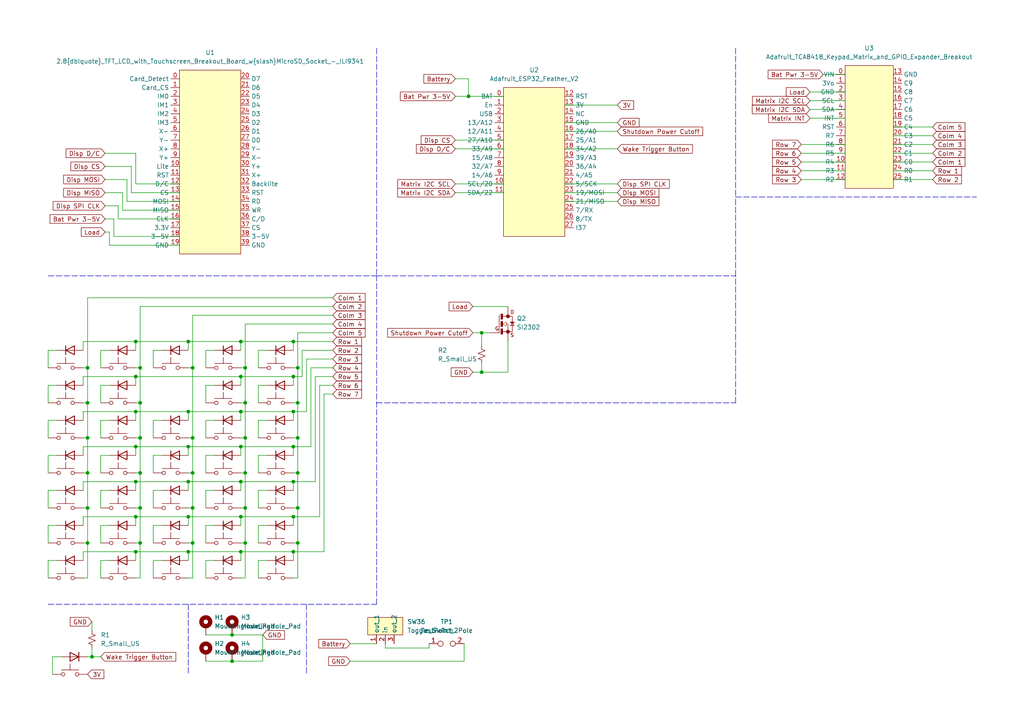
<source format=kicad_sch>
(kicad_sch (version 20211123) (generator eeschema)
  (paper "A4")
  (lib_symbols
    (symbol "Connector:TestPoint_2Pole" (pin_names (offset 0.762) hide)
      (property "Reference" "TP" (at 0 1.524 0))
      (property "Value" "TestPoint_2Pole" (at 0 -1.778 0))
      (symbol "TestPoint_2Pole_0_1"
        (pin passive line (at -5.08 0 0) (length 2.54) (name "1") (number "1"))
        (pin passive line (at 5.08 0 180) (length 2.54) (name "2") (number "2"))
      )
    )
    (symbol "Custom:2.8{brace}brace}dblquote}_TFT_LCD_with_Touchscreen_Breakout_Board_w{brace}brace}slash}MicroSD_Socket_-_ILI9341"
      (property "Reference" "U" (at 8.89 7.62 0))
      (property "Value" "2.8{brace}brace}dblquote}_TFT_LCD_with_Touchscreen_Breakout_Board_w{brace}brace}slash}MicroSD_Socket_-_ILI9341" (at 10.16 3.81 0))
      (symbol "2.8{brace}brace}dblquote}_TFT_LCD_with_Touchscreen_Breakout_Board_w{brace}brace}slash}MicroSD_Socket_-_ILI9341_1_1"
        (pin input line (at 0 -2.54 180) (length 2.54) (name "Card_Detect") (number "0"))
        (pin input line (at 0 -5.08 180) (length 2.54) (name "Card_CS") (number "1"))
        (pin input line (at 0 -27.94 180) (length 2.54) (name "Lite") (number "10"))
        (pin input line (at 0 -30.48 180) (length 2.54) (name "RST") (number "11"))
        (pin input line (at 0 -33.02 180) (length 2.54) (name "D/C") (number "12"))
        (pin input line (at 0 -35.56 180) (length 2.54) (name "CS") (number "13"))
        (pin input line (at 0 -38.1 180) (length 2.54) (name "MOSI") (number "14"))
        (pin input line (at 0 -40.64 180) (length 2.54) (name "MISO") (number "15"))
        (pin input line (at 0 -43.18 180) (length 2.54) (name "CLK") (number "16"))
        (pin input line (at 0 -45.72 180) (length 2.54) (name "3.3V") (number "17"))
        (pin input line (at 0 -48.26 180) (length 2.54) (name "3-5V") (number "18"))
        (pin input line (at 0 -50.8 180) (length 2.54) (name "GND") (number "19"))
        (pin input line (at 0 -7.62 180) (length 2.54) (name "IM0") (number "2"))
        (pin input line (at 17.78 -2.54 0) (length 2.54) (name "D7") (number "20"))
        (pin input line (at 17.78 -5.08 0) (length 2.54) (name "D6") (number "21"))
        (pin input line (at 17.78 -7.62 0) (length 2.54) (name "D5") (number "22"))
        (pin input line (at 17.78 -10.16 0) (length 2.54) (name "D4") (number "23"))
        (pin input line (at 17.78 -12.7 0) (length 2.54) (name "D3") (number "24"))
        (pin input line (at 17.78 -15.24 0) (length 2.54) (name "D2") (number "25"))
        (pin input line (at 17.78 -17.78 0) (length 2.54) (name "D1") (number "26"))
        (pin input line (at 17.78 -20.32 0) (length 2.54) (name "D0") (number "27"))
        (pin input line (at 17.78 -22.86 0) (length 2.54) (name "Y-") (number "28"))
        (pin input line (at 17.78 -25.4 0) (length 2.54) (name "X-") (number "29"))
        (pin input line (at 0 -10.16 180) (length 2.54) (name "IM1") (number "3"))
        (pin input line (at 17.78 -27.94 0) (length 2.54) (name "Y+") (number "30"))
        (pin input line (at 17.78 -30.48 0) (length 2.54) (name "X+") (number "31"))
        (pin input line (at 17.78 -33.02 0) (length 2.54) (name "Backlite") (number "32"))
        (pin input line (at 17.78 -35.56 0) (length 2.54) (name "RST") (number "33"))
        (pin input line (at 17.78 -38.1 0) (length 2.54) (name "RD") (number "34"))
        (pin input line (at 17.78 -40.64 0) (length 2.54) (name "WR") (number "35"))
        (pin input line (at 17.78 -43.18 0) (length 2.54) (name "C/D") (number "36"))
        (pin input line (at 17.78 -45.72 0) (length 2.54) (name "CS") (number "37"))
        (pin input line (at 17.78 -48.26 0) (length 2.54) (name "3-5V") (number "38"))
        (pin input line (at 17.78 -50.8 0) (length 2.54) (name "GND") (number "39"))
        (pin input line (at 0 -12.7 180) (length 2.54) (name "IM2") (number "4"))
        (pin input line (at 0 -15.24 180) (length 2.54) (name "IM3") (number "5"))
        (pin input line (at 0 -17.78 180) (length 2.54) (name "X-") (number "6"))
        (pin input line (at 0 -20.32 180) (length 2.54) (name "Y-") (number "7"))
        (pin input line (at 0 -22.86 180) (length 2.54) (name "X+") (number "8"))
        (pin input line (at 0 -25.4 180) (length 2.54) (name "Y+") (number "9"))
      )
    )
    (symbol "Custom:Adafruit_ESP32_Feather_V2"
      (property "Reference" "U" (at 8.89 -27.94 0))
      (property "Value" "Adafruit_ESP32_Feather_V2" (at 6.35 -16.51 90))
      (symbol "Adafruit_ESP32_Feather_V2_1_1"
        (pin input line (at 0 -2.54 180) (length 2.54) (name "BAT") (number "0"))
        (pin input line (at 0 -5.08 180) (length 2.54) (name "En") (number "1"))
        (pin input line (at 0 -27.94 180) (length 2.54) (name "SCL/20") (number "10"))
        (pin input line (at 0 -30.48 180) (length 2.54) (name "SDA/22") (number "11"))
        (pin input line (at 17.78 -2.54 0) (length 2.54) (name "RST") (number "12"))
        (pin input line (at 17.78 -5.08 0) (length 2.54) (name "3V") (number "13"))
        (pin input line (at 17.78 -7.62 0) (length 2.54) (name "NC") (number "14"))
        (pin input line (at 17.78 -10.16 0) (length 2.54) (name "GND") (number "15"))
        (pin input line (at 17.78 -12.7 0) (length 2.54) (name "26/A0") (number "16"))
        (pin input line (at 17.78 -15.24 0) (length 2.54) (name "25/A1") (number "17"))
        (pin input line (at 17.78 -17.78 0) (length 2.54) (name "34/A2") (number "18"))
        (pin input line (at 17.78 -20.32 0) (length 2.54) (name "39/A3") (number "19"))
        (pin input line (at 0 -7.62 180) (length 2.54) (name "USB") (number "2"))
        (pin input line (at 17.78 -22.86 0) (length 2.54) (name "36/A4") (number "20"))
        (pin input line (at 17.78 -25.4 0) (length 2.54) (name "4/A5") (number "21"))
        (pin input line (at 17.78 -27.94 0) (length 2.54) (name "5/SCK") (number "22"))
        (pin input line (at 17.78 -30.48 0) (length 2.54) (name "19/MOSI") (number "23"))
        (pin input line (at 17.78 -33.02 0) (length 2.54) (name "21/MISO") (number "24"))
        (pin input line (at 17.78 -35.56 0) (length 2.54) (name "7/RX") (number "25"))
        (pin input line (at 17.78 -38.1 0) (length 2.54) (name "8/TX") (number "26"))
        (pin input line (at 17.78 -40.64 0) (length 2.54) (name "I37") (number "27"))
        (pin input line (at 0 -10.16 180) (length 2.54) (name "13/A12") (number "3"))
        (pin input line (at 0 -12.7 180) (length 2.54) (name "12/A11") (number "4"))
        (pin input line (at 0 -15.24 180) (length 2.54) (name "27/A10") (number "5"))
        (pin input line (at 0 -17.78 180) (length 2.54) (name "33/A9") (number "6"))
        (pin input line (at 0 -20.32 180) (length 2.54) (name "15/A8") (number "7"))
        (pin input line (at 0 -22.86 180) (length 2.54) (name "32/A7") (number "8"))
        (pin input line (at 0 -25.4 180) (length 2.54) (name "14/A6") (number "9"))
      )
    )
    (symbol "Custom:Adafruit_TCA8418_Keypad_Matrix_and_GPIO_Expander_Breakout"
      (property "Reference" "U" (at 6.35 6.35 0))
      (property "Value" "Adafruit_TCA8418_Keypad_Matrix_and_GPIO_Expander_Breakout" (at 10.16 2.54 0))
      (symbol "Adafruit_TCA8418_Keypad_Matrix_and_GPIO_Expander_Breakout_1_1"
        (pin input line (at 0 -2.54 180) (length 2.54) (name "VIN") (number "0"))
        (pin input line (at 0 -5.08 180) (length 2.54) (name "3Vo") (number "1"))
        (pin input line (at 0 -27.94 180) (length 2.54) (name "R4") (number "10"))
        (pin input line (at 0 -30.48 180) (length 2.54) (name "R3") (number "11"))
        (pin input line (at 0 -33.02 180) (length 2.54) (name "R2") (number "12"))
        (pin input line (at 13.97 -2.54 0) (length 2.54) (name "GND") (number "13"))
        (pin input line (at 13.97 -5.08 0) (length 2.54) (name "C9") (number "14"))
        (pin input line (at 13.97 -7.62 0) (length 2.54) (name "C8") (number "15"))
        (pin input line (at 13.97 -10.16 0) (length 2.54) (name "C7") (number "16"))
        (pin input line (at 13.97 -12.7 0) (length 2.54) (name "C6") (number "17"))
        (pin input line (at 13.97 -15.24 0) (length 2.54) (name "C5") (number "18"))
        (pin input line (at 13.97 -17.78 0) (length 2.54) (name "C4") (number "19"))
        (pin input line (at 0 -7.62 180) (length 2.54) (name "GND") (number "2"))
        (pin input line (at 13.97 -20.32 0) (length 2.54) (name "C3") (number "20"))
        (pin input line (at 13.97 -22.86 0) (length 2.54) (name "C2") (number "21"))
        (pin input line (at 13.97 -25.4 0) (length 2.54) (name "C1") (number "22"))
        (pin input line (at 13.97 -27.94 0) (length 2.54) (name "C0") (number "23"))
        (pin input line (at 13.97 -30.48 0) (length 2.54) (name "R0") (number "24"))
        (pin input line (at 13.97 -33.02 0) (length 2.54) (name "R1") (number "25"))
        (pin input line (at 0 -10.16 180) (length 2.54) (name "SCL") (number "3"))
        (pin input line (at 0 -12.7 180) (length 2.54) (name "SDA") (number "4"))
        (pin input line (at 0 -15.24 180) (length 2.54) (name "INT") (number "5"))
        (pin input line (at 0 -17.78 180) (length 2.54) (name "RST") (number "6"))
        (pin input line (at 0 -20.32 180) (length 2.54) (name "R7") (number "7"))
        (pin input line (at 0 -22.86 180) (length 2.54) (name "R6") (number "8"))
        (pin input line (at 0 -25.4 180) (length 2.54) (name "R5") (number "9"))
      )
    )
    (symbol "Custom:SI2302" (pin_numbers hide) (pin_names (offset 1.016) hide)
      (property "Reference" "Q2" (at 2.54 1.6181 0))
      (property "Value" "SI2302" (at 2.54 -0.9219 0))
      (symbol "SI2302_0_0"
        (text "D" (at 0.635 2.8702 0) (effects (font (size 1.016 1.016)) (justify left bottom)))
        (text "G" (at -3.81 -1.905 0) (effects (font (size 1.016 1.016)) (justify left bottom)))
        (text "S" (at 0.635 -3.81 0) (effects (font (size 1.016 1.016)) (justify left bottom)))
        (pin passive line (at -5.08 -2.54 0) (length 2.54) (name "~") (number "1"))
        (pin passive line (at 0 -5.08 90) (length 2.54) (name "~") (number "2"))
        (pin passive line (at 0 5.08 270) (length 2.54) (name "~") (number "3"))
      )
    )
    (symbol "Custom:Toggle_Switch"
      (property "Reference" "SW" (at 10.16 5.08 0))
      (property "Value" "Toggle_Switch" (at 10.16 5.08 0))
      (symbol "Toggle_Switch_0_1"
        (pin passive line (at 2.54 -7.62 90) (length 2.54) (name "out_1") (number "1"))
        (pin passive line (at 5.08 -7.62 90) (length 2.54) (name "in") (number "2"))
        (pin passive line (at 7.62 -7.62 90) (length 2.54) (name "out_2") (number "3"))
      )
    )
    (symbol "Device:R_Small_US" (pin_numbers hide) (pin_names (offset 0.254) hide)
      (property "Reference" "R" (at 0.762 0.508 0))
      (property "Value" "R_Small_US" (at 0.762 -1.016 0))
      (symbol "R_Small_US_1_1"
        (pin passive line (at 0 2.54 270) (length 1.016) (name "~") (number "1"))
        (pin passive line (at 0 -2.54 90) (length 1.016) (name "~") (number "2"))
      )
    )
    (symbol "Diode:1N914WT" (pin_numbers hide) (pin_names (offset 1.016) hide)
      (property "Reference" "D" (at 0 2.54 0))
      (property "Value" "1N914WT" (at 0 -2.54 0))
      (symbol "1N914WT_1_1"
        (pin passive line (at -3.81 0 0) (length 2.54) (name "K") (number "1"))
        (pin passive line (at 3.81 0 180) (length 2.54) (name "A") (number "2"))
      )
    )
    (symbol "Mechanical:MountingHole_Pad" (pin_numbers hide) (pin_names (offset 1.016) hide)
      (property "Reference" "H" (at 0 6.35 0))
      (property "Value" "MountingHole_Pad" (at 0 4.445 0))
      (symbol "MountingHole_Pad_1_1"
        (pin input line (at 0 -2.54 90) (length 2.54) (name "1") (number "1"))
      )
    )
    (symbol "SW_Push_1" (pin_numbers hide) (pin_names (offset 1.016) hide)
      (symbol "SW_Push_1_0_1"
        (pin passive line (at -5.08 0 0) (length 2.54) (name "1") (number "1"))
        (pin passive line (at 5.08 0 180) (length 2.54) (name "2") (number "2"))
      )
    )
    (symbol "Switch:SW_Push" (pin_numbers hide) (pin_names (offset 1.016) hide)
      (property "Reference" "SW" (at 1.27 2.54 0))
      (property "Value" "SW_Push" (at 0 -1.524 0))
      (symbol "SW_Push_0_1"
        (pin passive line (at -5.08 0 0) (length 2.54) (name "1") (number "1"))
        (pin passive line (at 5.08 0 180) (length 2.54) (name "2") (number "2"))
      )
    )
  )
  (junction (at 54.61 129.54))
  (junction (at 39.37 109.22))
  (junction (at 25.4 106.68))
  (junction (at 71.12 137.16))
  (junction (at 86.36 127))
  (junction (at 25.4 116.84))
  (junction (at 54.61 139.7))
  (junction (at 135.89 27.94))
  (junction (at 25.4 127))
  (junction (at 69.85 139.7))
  (junction (at 85.09 160.02))
  (junction (at 40.64 157.48))
  (junction (at 26.67 190.5))
  (junction (at 40.64 137.16))
  (junction (at 67.31 184.15))
  (junction (at 39.37 119.38))
  (junction (at 40.64 106.68))
  (junction (at 40.64 147.32))
  (junction (at 39.37 129.54))
  (junction (at 69.85 99.06))
  (junction (at 85.09 109.22))
  (junction (at 39.37 99.06))
  (junction (at 69.85 149.86))
  (junction (at 25.4 157.48))
  (junction (at 139.7 107.95))
  (junction (at 69.85 109.22))
  (junction (at 86.36 147.32))
  (junction (at 85.09 139.7))
  (junction (at 85.09 149.86))
  (junction (at 55.88 127))
  (junction (at 25.4 137.16))
  (junction (at 71.12 157.48))
  (junction (at 54.61 119.38))
  (junction (at 69.85 119.38))
  (junction (at 55.88 147.32))
  (junction (at 54.61 149.86))
  (junction (at 69.85 129.54))
  (junction (at 55.88 106.68))
  (junction (at 71.12 106.68))
  (junction (at 54.61 160.02))
  (junction (at 86.36 137.16))
  (junction (at 71.12 116.84))
  (junction (at 86.36 116.84))
  (junction (at 54.61 99.06))
  (junction (at 86.36 157.48))
  (junction (at 40.64 127))
  (junction (at 40.64 116.84))
  (junction (at 55.88 137.16))
  (junction (at 67.31 191.77))
  (junction (at 71.12 127))
  (junction (at 55.88 157.48))
  (junction (at 86.36 106.68))
  (junction (at 39.37 139.7))
  (junction (at 69.85 160.02))
  (junction (at 85.09 99.06))
  (junction (at 85.09 119.38))
  (junction (at 85.09 129.54))
  (junction (at 39.37 149.86))
  (junction (at 39.37 160.02))
  (junction (at 25.4 147.32))
  (junction (at 71.12 147.32))
  (junction (at 139.7 96.52))
  (wire (pts (xy 44.45 121.92) (xy 46.99 121.92)))
  (wire (pts (xy 86.36 167.64) (xy 85.09 167.64)))
  (wire (pts (xy 59.69 167.64) (xy 59.69 162.56)))
  (wire (pts (xy 259.08 44.45) (xy 270.51 44.45)))
  (wire (pts (xy 29.21 132.08) (xy 31.75 132.08)))
  (wire (pts (xy 29.21 137.16) (xy 29.21 132.08)))
  (wire (pts (xy 74.93 147.32) (xy 74.93 142.24)))
  (wire (pts (xy 69.85 147.32) (xy 71.12 147.32)))
  (wire (pts (xy 35.56 55.88) (xy 30.48 55.88)))
  (wire (pts (xy 91.44 139.7) (xy 91.44 109.22)))
  (wire (pts (xy 54.61 127) (xy 55.88 127)))
  (wire (pts (xy 74.93 116.84) (xy 74.93 111.76)))
  (wire (pts (xy 39.37 129.54) (xy 54.61 129.54)))
  (wire (pts (xy 85.09 99.06) (xy 85.09 101.6)))
  (wire (pts (xy 135.89 22.86) (xy 135.89 27.94)))
  (wire (pts (xy 39.37 149.86) (xy 39.37 152.4)))
  (wire (pts (xy 69.85 127) (xy 71.12 127)))
  (wire (pts (xy 86.36 157.48) (xy 86.36 167.64)))
  (wire (pts (xy 39.37 109.22) (xy 69.85 109.22)))
  (wire (pts (xy 85.09 116.84) (xy 86.36 116.84)))
  (wire (pts (xy 29.21 167.64) (xy 29.21 162.56)))
  (wire (pts (xy 85.09 119.38) (xy 88.9 119.38)))
  (wire (pts (xy 124.46 187.96) (xy 124.46 186.69)))
  (wire (pts (xy 74.93 127) (xy 74.93 121.92)))
  (wire (pts (xy 24.13 101.6) (xy 24.13 99.06)))
  (wire (pts (xy 59.69 142.24) (xy 62.23 142.24)))
  (wire (pts (xy 74.93 142.24) (xy 77.47 142.24)))
  (wire (pts (xy 59.69 137.16) (xy 59.69 132.08)))
  (wire (pts (xy 39.37 147.32) (xy 40.64 147.32)))
  (wire (pts (xy 52.07 71.12) (xy 31.75 71.12)))
  (wire (pts (xy 85.09 109.22) (xy 85.09 111.76)))
  (wire (pts (xy 39.37 137.16) (xy 40.64 137.16)))
  (wire (pts (xy 25.4 157.48) (xy 25.4 167.64)))
  (wire (pts (xy 26.67 180.34) (xy 26.67 182.88)))
  (wire (pts (xy 59.69 184.15) (xy 67.31 184.15)))
  (wire (pts (xy 85.09 99.06) (xy 96.52 99.06)))
  (wire (pts (xy 74.93 111.76) (xy 77.47 111.76)))
  (wire (pts (xy 163.83 35.56) (xy 179.07 35.56)))
  (wire (pts (xy 13.97 111.76) (xy 16.51 111.76)))
  (wire (pts (xy 15.24 195.58) (xy 15.24 190.5)))
  (wire (pts (xy 44.45 137.16) (xy 44.45 132.08)))
  (wire (pts (xy 163.83 55.88) (xy 179.07 55.88)))
  (wire (pts (xy 132.08 53.34) (xy 146.05 53.34)))
  (wire (pts (xy 69.85 129.54) (xy 69.85 132.08)))
  (wire (pts (xy 59.69 101.6) (xy 62.23 101.6)))
  (wire (pts (xy 40.64 137.16) (xy 40.64 147.32)))
  (wire (pts (xy 232.41 44.45) (xy 245.11 44.45)))
  (wire (pts (xy 39.37 160.02) (xy 39.37 162.56)))
  (wire (pts (xy 24.13 137.16) (xy 25.4 137.16)))
  (wire (pts (xy 259.08 36.83) (xy 270.51 36.83)))
  (wire (pts (xy 24.13 160.02) (xy 39.37 160.02)))
  (wire (pts (xy 30.48 67.31) (xy 31.75 67.31)))
  (wire (pts (xy 91.44 109.22) (xy 96.52 109.22)))
  (wire (pts (xy 85.09 129.54) (xy 85.09 132.08)))
  (wire (pts (xy 259.08 46.99) (xy 270.51 46.99)))
  (wire (pts (xy 132.08 22.86) (xy 135.89 22.86)))
  (polyline (pts (xy 213.36 13.97) (xy 213.36 57.15)))
  (polyline (pts (xy 13.97 175.26) (xy 109.22 175.26)))
  (wire (pts (xy 33.02 68.58) (xy 33.02 63.5)))
  (wire (pts (xy 139.7 107.95) (xy 137.16 107.95)))
  (wire (pts (xy 25.4 147.32) (xy 25.4 157.48)))
  (wire (pts (xy 86.36 147.32) (xy 86.36 157.48)))
  (wire (pts (xy 69.85 129.54) (xy 85.09 129.54)))
  (wire (pts (xy 86.36 96.52) (xy 86.36 106.68)))
  (wire (pts (xy 132.08 40.64) (xy 146.05 40.64)))
  (wire (pts (xy 59.69 106.68) (xy 59.69 101.6)))
  (wire (pts (xy 13.97 137.16) (xy 13.97 132.08)))
  (wire (pts (xy 39.37 99.06) (xy 54.61 99.06)))
  (wire (pts (xy 39.37 149.86) (xy 54.61 149.86)))
  (wire (pts (xy 54.61 99.06) (xy 54.61 101.6)))
  (wire (pts (xy 54.61 99.06) (xy 69.85 99.06)))
  (wire (pts (xy 69.85 160.02) (xy 85.09 160.02)))
  (wire (pts (xy 54.61 149.86) (xy 54.61 152.4)))
  (wire (pts (xy 35.56 60.96) (xy 35.56 55.88)))
  (wire (pts (xy 55.88 106.68) (xy 55.88 127)))
  (wire (pts (xy 25.4 106.68) (xy 25.4 116.84)))
  (wire (pts (xy 163.83 53.34) (xy 179.07 53.34)))
  (wire (pts (xy 135.89 27.94) (xy 146.05 27.94)))
  (wire (pts (xy 54.61 139.7) (xy 54.61 142.24)))
  (wire (pts (xy 24.13 139.7) (xy 39.37 139.7)))
  (wire (pts (xy 40.64 147.32) (xy 40.64 157.48)))
  (wire (pts (xy 25.4 116.84) (xy 25.4 127)))
  (wire (pts (xy 13.97 162.56) (xy 16.51 162.56)))
  (wire (pts (xy 74.93 162.56) (xy 77.47 162.56)))
  (wire (pts (xy 85.09 129.54) (xy 90.17 129.54)))
  (wire (pts (xy 132.08 55.88) (xy 146.05 55.88)))
  (wire (pts (xy 90.17 129.54) (xy 90.17 106.68)))
  (wire (pts (xy 93.98 114.3) (xy 96.52 114.3)))
  (wire (pts (xy 137.16 88.9) (xy 147.32 88.9)))
  (wire (pts (xy 13.97 101.6) (xy 16.51 101.6)))
  (wire (pts (xy 55.88 91.44) (xy 96.52 91.44)))
  (wire (pts (xy 238.76 21.59) (xy 245.11 21.59)))
  (wire (pts (xy 259.08 52.07) (xy 270.51 52.07)))
  (wire (pts (xy 71.12 106.68) (xy 71.12 116.84)))
  (wire (pts (xy 71.12 147.32) (xy 71.12 157.48)))
  (wire (pts (xy 13.97 142.24) (xy 16.51 142.24)))
  (wire (pts (xy 13.97 121.92) (xy 16.51 121.92)))
  (wire (pts (xy 29.21 127) (xy 29.21 121.92)))
  (wire (pts (xy 36.83 52.07) (xy 30.48 52.07)))
  (wire (pts (xy 74.93 167.64) (xy 74.93 162.56)))
  (wire (pts (xy 87.63 109.22) (xy 87.63 101.6)))
  (wire (pts (xy 69.85 116.84) (xy 71.12 116.84)))
  (wire (pts (xy 59.69 157.48) (xy 59.69 152.4)))
  (wire (pts (xy 24.13 147.32) (xy 25.4 147.32)))
  (wire (pts (xy 29.21 101.6) (xy 31.75 101.6)))
  (wire (pts (xy 24.13 106.68) (xy 25.4 106.68)))
  (wire (pts (xy 69.85 160.02) (xy 69.85 162.56)))
  (wire (pts (xy 85.09 127) (xy 86.36 127)))
  (wire (pts (xy 38.1 55.88) (xy 38.1 48.26)))
  (polyline (pts (xy 109.22 80.01) (xy 213.36 80.01)))
  (wire (pts (xy 26.67 190.5) (xy 25.4 190.5)))
  (wire (pts (xy 85.09 160.02) (xy 93.98 160.02)))
  (wire (pts (xy 87.63 101.6) (xy 96.52 101.6)))
  (polyline (pts (xy 213.36 57.15) (xy 283.21 57.15)))
  (wire (pts (xy 55.88 157.48) (xy 55.88 167.64)))
  (wire (pts (xy 69.85 99.06) (xy 85.09 99.06)))
  (wire (pts (xy 39.37 129.54) (xy 39.37 132.08)))
  (wire (pts (xy 25.4 86.36) (xy 25.4 106.68)))
  (wire (pts (xy 52.07 58.42) (xy 36.83 58.42)))
  (wire (pts (xy 40.64 116.84) (xy 40.64 127)))
  (wire (pts (xy 111.76 187.96) (xy 124.46 187.96)))
  (wire (pts (xy 132.08 43.18) (xy 146.05 43.18)))
  (wire (pts (xy 44.45 147.32) (xy 44.45 142.24)))
  (wire (pts (xy 13.97 152.4) (xy 16.51 152.4)))
  (wire (pts (xy 39.37 160.02) (xy 54.61 160.02)))
  (wire (pts (xy 54.61 160.02) (xy 69.85 160.02)))
  (wire (pts (xy 90.17 106.68) (xy 96.52 106.68)))
  (wire (pts (xy 132.08 27.94) (xy 135.89 27.94)))
  (polyline (pts (xy 88.9 175.26) (xy 88.9 195.58)))
  (wire (pts (xy 69.85 106.68) (xy 71.12 106.68)))
  (wire (pts (xy 39.37 119.38) (xy 39.37 121.92)))
  (wire (pts (xy 86.36 137.16) (xy 86.36 147.32)))
  (wire (pts (xy 232.41 52.07) (xy 245.11 52.07)))
  (wire (pts (xy 24.13 116.84) (xy 25.4 116.84)))
  (wire (pts (xy 44.45 132.08) (xy 46.99 132.08)))
  (wire (pts (xy 44.45 157.48) (xy 44.45 152.4)))
  (wire (pts (xy 69.85 139.7) (xy 85.09 139.7)))
  (wire (pts (xy 74.93 121.92) (xy 77.47 121.92)))
  (wire (pts (xy 85.09 137.16) (xy 86.36 137.16)))
  (wire (pts (xy 38.1 48.26) (xy 30.48 48.26)))
  (wire (pts (xy 31.75 71.12) (xy 31.75 67.31)))
  (wire (pts (xy 134.62 191.77) (xy 134.62 186.69)))
  (wire (pts (xy 54.61 147.32) (xy 55.88 147.32)))
  (wire (pts (xy 25.4 137.16) (xy 25.4 147.32)))
  (wire (pts (xy 39.37 109.22) (xy 39.37 111.76)))
  (wire (pts (xy 24.13 109.22) (xy 39.37 109.22)))
  (wire (pts (xy 69.85 139.7) (xy 69.85 142.24)))
  (wire (pts (xy 40.64 88.9) (xy 96.52 88.9)))
  (wire (pts (xy 25.4 127) (xy 25.4 137.16)))
  (wire (pts (xy 44.45 152.4) (xy 46.99 152.4)))
  (wire (pts (xy 74.93 101.6) (xy 77.47 101.6)))
  (wire (pts (xy 13.97 132.08) (xy 16.51 132.08)))
  (wire (pts (xy 137.16 96.52) (xy 139.7 96.52)))
  (wire (pts (xy 39.37 139.7) (xy 54.61 139.7)))
  (wire (pts (xy 54.61 119.38) (xy 69.85 119.38)))
  (wire (pts (xy 85.09 149.86) (xy 85.09 152.4)))
  (wire (pts (xy 29.21 142.24) (xy 31.75 142.24)))
  (wire (pts (xy 139.7 96.52) (xy 139.7 100.33)))
  (wire (pts (xy 69.85 137.16) (xy 71.12 137.16)))
  (polyline (pts (xy 13.97 80.01) (xy 109.22 80.01)))
  (wire (pts (xy 259.08 39.37) (xy 270.51 39.37)))
  (wire (pts (xy 44.45 167.64) (xy 44.45 162.56)))
  (wire (pts (xy 163.83 38.1) (xy 179.07 38.1)))
  (wire (pts (xy 13.97 127) (xy 13.97 121.92)))
  (wire (pts (xy 29.21 106.68) (xy 29.21 101.6)))
  (wire (pts (xy 71.12 137.16) (xy 71.12 147.32)))
  (wire (pts (xy 40.64 127) (xy 40.64 137.16)))
  (wire (pts (xy 25.4 86.36) (xy 96.52 86.36)))
  (wire (pts (xy 259.08 41.91) (xy 270.51 41.91)))
  (wire (pts (xy 13.97 167.64) (xy 13.97 162.56)))
  (wire (pts (xy 39.37 44.45) (xy 30.48 44.45)))
  (wire (pts (xy 232.41 49.53) (xy 245.11 49.53)))
  (wire (pts (xy 36.83 58.42) (xy 36.83 52.07)))
  (wire (pts (xy 88.9 119.38) (xy 88.9 104.14)))
  (wire (pts (xy 44.45 162.56) (xy 46.99 162.56)))
  (wire (pts (xy 40.64 106.68) (xy 40.64 116.84)))
  (wire (pts (xy 55.88 137.16) (xy 55.88 147.32)))
  (wire (pts (xy 59.69 191.77) (xy 67.31 191.77)))
  (wire (pts (xy 92.71 111.76) (xy 96.52 111.76)))
  (wire (pts (xy 13.97 106.68) (xy 13.97 101.6)))
  (wire (pts (xy 24.13 142.24) (xy 24.13 139.7)))
  (wire (pts (xy 55.88 91.44) (xy 55.88 106.68)))
  (wire (pts (xy 54.61 106.68) (xy 55.88 106.68)))
  (wire (pts (xy 74.93 106.68) (xy 74.93 101.6)))
  (wire (pts (xy 234.95 29.21) (xy 245.11 29.21)))
  (wire (pts (xy 25.4 167.64) (xy 24.13 167.64)))
  (wire (pts (xy 13.97 147.32) (xy 13.97 142.24)))
  (wire (pts (xy 59.69 147.32) (xy 59.69 142.24)))
  (wire (pts (xy 39.37 127) (xy 40.64 127)))
  (wire (pts (xy 29.21 162.56) (xy 31.75 162.56)))
  (wire (pts (xy 24.13 152.4) (xy 24.13 149.86)))
  (wire (pts (xy 39.37 157.48) (xy 40.64 157.48)))
  (wire (pts (xy 24.13 111.76) (xy 24.13 109.22)))
  (wire (pts (xy 232.41 41.91) (xy 245.11 41.91)))
  (wire (pts (xy 85.09 109.22) (xy 87.63 109.22)))
  (wire (pts (xy 52.07 60.96) (xy 35.56 60.96)))
  (wire (pts (xy 13.97 116.84) (xy 13.97 111.76)))
  (wire (pts (xy 69.85 109.22) (xy 69.85 111.76)))
  (wire (pts (xy 59.69 116.84) (xy 59.69 111.76)))
  (wire (pts (xy 15.24 190.5) (xy 17.78 190.5)))
  (wire (pts (xy 69.85 99.06) (xy 69.85 101.6)))
  (wire (pts (xy 147.32 99.06) (xy 147.32 107.95)))
  (wire (pts (xy 71.12 116.84) (xy 71.12 127)))
  (wire (pts (xy 29.21 116.84) (xy 29.21 111.76)))
  (wire (pts (xy 139.7 96.52) (xy 142.24 96.52)))
  (wire (pts (xy 69.85 119.38) (xy 69.85 121.92)))
  (wire (pts (xy 85.09 139.7) (xy 85.09 142.24)))
  (wire (pts (xy 40.64 88.9) (xy 40.64 106.68)))
  (wire (pts (xy 24.13 121.92) (xy 24.13 119.38)))
  (polyline (pts (xy 213.36 116.84) (xy 213.36 80.01)))
  (wire (pts (xy 147.32 107.95) (xy 139.7 107.95)))
  (wire (pts (xy 69.85 149.86) (xy 85.09 149.86)))
  (wire (pts (xy 39.37 119.38) (xy 54.61 119.38)))
  (wire (pts (xy 59.69 132.08) (xy 62.23 132.08)))
  (wire (pts (xy 88.9 104.14) (xy 96.52 104.14)))
  (wire (pts (xy 259.08 49.53) (xy 270.51 49.53)))
  (wire (pts (xy 39.37 139.7) (xy 39.37 142.24)))
  (wire (pts (xy 39.37 116.84) (xy 40.64 116.84)))
  (wire (pts (xy 93.98 160.02) (xy 93.98 114.3)))
  (wire (pts (xy 101.6 191.77) (xy 134.62 191.77)))
  (wire (pts (xy 74.93 152.4) (xy 77.47 152.4)))
  (wire (pts (xy 163.83 30.48) (xy 179.07 30.48)))
  (wire (pts (xy 13.97 157.48) (xy 13.97 152.4)))
  (wire (pts (xy 74.93 132.08) (xy 77.47 132.08)))
  (wire (pts (xy 52.07 63.5) (xy 34.29 63.5)))
  (wire (pts (xy 24.13 132.08) (xy 24.13 129.54)))
  (wire (pts (xy 29.21 152.4) (xy 31.75 152.4)))
  (wire (pts (xy 39.37 106.68) (xy 40.64 106.68)))
  (wire (pts (xy 86.36 96.52) (xy 96.52 96.52)))
  (wire (pts (xy 67.31 191.77) (xy 76.2 191.77)))
  (wire (pts (xy 55.88 147.32) (xy 55.88 157.48)))
  (wire (pts (xy 59.69 162.56) (xy 62.23 162.56)))
  (wire (pts (xy 85.09 157.48) (xy 86.36 157.48)))
  (wire (pts (xy 71.12 127) (xy 71.12 137.16)))
  (wire (pts (xy 34.29 59.69) (xy 30.48 59.69)))
  (wire (pts (xy 52.07 68.58) (xy 33.02 68.58)))
  (wire (pts (xy 76.2 184.15) (xy 67.31 184.15)))
  (wire (pts (xy 55.88 127) (xy 55.88 137.16)))
  (polyline (pts (xy 54.61 175.26) (xy 54.61 195.58)))
  (wire (pts (xy 29.21 147.32) (xy 29.21 142.24)))
  (wire (pts (xy 59.69 152.4) (xy 62.23 152.4)))
  (wire (pts (xy 24.13 149.86) (xy 39.37 149.86)))
  (wire (pts (xy 69.85 119.38) (xy 85.09 119.38)))
  (wire (pts (xy 24.13 127) (xy 25.4 127)))
  (wire (pts (xy 71.12 93.98) (xy 71.12 106.68)))
  (wire (pts (xy 54.61 160.02) (xy 54.61 162.56)))
  (wire (pts (xy 39.37 99.06) (xy 39.37 101.6)))
  (wire (pts (xy 71.12 93.98) (xy 96.52 93.98)))
  (wire (pts (xy 44.45 106.68) (xy 44.45 101.6)))
  (wire (pts (xy 44.45 101.6) (xy 46.99 101.6)))
  (wire (pts (xy 101.6 186.69) (xy 109.22 186.69)))
  (wire (pts (xy 54.61 157.48) (xy 55.88 157.48)))
  (wire (pts (xy 86.36 106.68) (xy 86.36 116.84)))
  (wire (pts (xy 40.64 157.48) (xy 40.64 167.64)))
  (wire (pts (xy 85.09 139.7) (xy 91.44 139.7)))
  (wire (pts (xy 44.45 142.24) (xy 46.99 142.24)))
  (polyline (pts (xy 213.36 80.01) (xy 213.36 57.15)))
  (wire (pts (xy 40.64 167.64) (xy 39.37 167.64)))
  (wire (pts (xy 139.7 105.41) (xy 139.7 107.95)))
  (wire (pts (xy 54.61 119.38) (xy 54.61 121.92)))
  (wire (pts (xy 59.69 111.76) (xy 62.23 111.76)))
  (wire (pts (xy 69.85 157.48) (xy 71.12 157.48)))
  (wire (pts (xy 69.85 109.22) (xy 85.09 109.22)))
  (wire (pts (xy 29.21 121.92) (xy 31.75 121.92)))
  (wire (pts (xy 54.61 129.54) (xy 69.85 129.54)))
  (wire (pts (xy 24.13 99.06) (xy 39.37 99.06)))
  (wire (pts (xy 69.85 149.86) (xy 69.85 152.4)))
  (wire (pts (xy 59.69 127) (xy 59.69 121.92)))
  (wire (pts (xy 234.95 34.29) (xy 245.11 34.29)))
  (wire (pts (xy 24.13 129.54) (xy 39.37 129.54)))
  (wire (pts (xy 85.09 119.38) (xy 85.09 121.92)))
  (wire (pts (xy 52.07 55.88) (xy 38.1 55.88)))
  (wire (pts (xy 232.41 46.99) (xy 245.11 46.99)))
  (wire (pts (xy 24.13 162.56) (xy 24.13 160.02)))
  (wire (pts (xy 111.76 186.69) (xy 111.76 187.96)))
  (wire (pts (xy 44.45 127) (xy 44.45 121.92)))
  (wire (pts (xy 54.61 139.7) (xy 69.85 139.7)))
  (wire (pts (xy 163.83 58.42) (xy 179.07 58.42)))
  (wire (pts (xy 29.21 157.48) (xy 29.21 152.4)))
  (wire (pts (xy 85.09 149.86) (xy 92.71 149.86)))
  (wire (pts (xy 86.36 127) (xy 86.36 137.16)))
  (wire (pts (xy 86.36 116.84) (xy 86.36 127)))
  (wire (pts (xy 92.71 149.86) (xy 92.71 111.76)))
  (wire (pts (xy 29.21 111.76) (xy 31.75 111.76)))
  (wire (pts (xy 59.69 121.92) (xy 62.23 121.92)))
  (wire (pts (xy 33.02 63.5) (xy 30.48 63.5)))
  (wire (pts (xy 24.13 157.48) (xy 25.4 157.48)))
  (wire (pts (xy 54.61 129.54) (xy 54.61 132.08)))
  (wire (pts (xy 39.37 53.34) (xy 39.37 44.45)))
  (polyline (pts (xy 109.22 175.26) (xy 109.22 80.01)))
  (wire (pts (xy 74.93 157.48) (xy 74.93 152.4)))
  (wire (pts (xy 85.09 106.68) (xy 86.36 106.68)))
  (wire (pts (xy 163.83 43.18) (xy 179.07 43.18)))
  (wire (pts (xy 55.88 167.64) (xy 54.61 167.64)))
  (wire (pts (xy 54.61 149.86) (xy 69.85 149.86)))
  (wire (pts (xy 24.13 119.38) (xy 39.37 119.38)))
  (wire (pts (xy 26.67 187.96) (xy 26.67 190.5)))
  (wire (pts (xy 234.95 26.67) (xy 245.11 26.67)))
  (wire (pts (xy 85.09 160.02) (xy 85.09 162.56)))
  (wire (pts (xy 234.95 31.75) (xy 245.11 31.75)))
  (wire (pts (xy 34.29 63.5) (xy 34.29 59.69)))
  (wire (pts (xy 52.07 53.34) (xy 39.37 53.34)))
  (wire (pts (xy 71.12 167.64) (xy 69.85 167.64)))
  (wire (pts (xy 74.93 137.16) (xy 74.93 132.08)))
  (wire (pts (xy 71.12 157.48) (xy 71.12 167.64)))
  (wire (pts (xy 76.2 191.77) (xy 76.2 184.15)))
  (wire (pts (xy 85.09 147.32) (xy 86.36 147.32)))
  (polyline (pts (xy 109.22 13.97) (xy 109.22 80.01)))
  (wire (pts (xy 54.61 137.16) (xy 55.88 137.16)))
  (polyline (pts (xy 109.22 116.84) (xy 213.36 116.84)))
  (wire (pts (xy 29.21 190.5) (xy 26.67 190.5)))
  (global_label "Colm 1" (shape input) (at 270.51 46.99 0) (property "Intersheet References" "${INTERSHEET_REFS}" (effects hide)))
  (global_label "Row 4" (shape input) (at 232.41 49.53 180) (property "Intersheet References" "${INTERSHEET_REFS}" (effects hide)))
  (global_label "Wake Trigger Button" (shape input) (at 29.21 190.5 0) (property "Intersheet References" "${INTERSHEET_REFS}" (effects hide)))
  (global_label "Matrix I2C SCL" (shape input) (at 132.08 53.34 180) (property "Intersheet References" "${INTERSHEET_REFS}" (effects hide)))
  (global_label "GND" (shape input) (at 179.07 35.56 0) (property "Intersheet References" "${INTERSHEET_REFS}" (effects hide)))
  (global_label "Matrix INT" (shape input) (at 234.95 34.29 180) (property "Intersheet References" "${INTERSHEET_REFS}" (effects hide)))
  (global_label "Disp D{slash}C" (shape input) (at 30.48 44.45 180) (property "Intersheet References" "${INTERSHEET_REFS}" (effects hide)))
  (global_label "Row 1" (shape input) (at 96.52 99.06 0) (property "Intersheet References" "${INTERSHEET_REFS}" (effects hide)))
  (global_label "Load" (shape input) (at 30.48 67.31 180) (property "Intersheet References" "${INTERSHEET_REFS}" (effects hide)))
  (global_label "Disp MOSI" (shape input) (at 179.07 55.88 0) (property "Intersheet References" "${INTERSHEET_REFS}" (effects hide)))
  (global_label "Row 7" (shape input) (at 232.41 41.91 180) (property "Intersheet References" "${INTERSHEET_REFS}" (effects hide)))
  (global_label "Disp MOSI" (shape input) (at 30.48 52.07 180) (property "Intersheet References" "${INTERSHEET_REFS}" (effects hide)))
  (global_label "Battery" (shape input) (at 132.08 22.86 180) (property "Intersheet References" "${INTERSHEET_REFS}" (effects hide)))
  (global_label "Disp CS" (shape input) (at 132.08 40.64 180) (property "Intersheet References" "${INTERSHEET_REFS}" (effects hide)))
  (global_label "Disp CS" (shape input) (at 30.48 48.26 180) (property "Intersheet References" "${INTERSHEET_REFS}" (effects hide)))
  (global_label "Row 1" (shape input) (at 270.51 49.53 0) (property "Intersheet References" "${INTERSHEET_REFS}" (effects hide)))
  (global_label "Shutdown Power Cutoff" (shape input) (at 179.07 38.1 0) (property "Intersheet References" "${INTERSHEET_REFS}" (effects hide)))
  (global_label "Shutdown Power Cutoff" (shape input) (at 137.16 96.52 180) (property "Intersheet References" "${INTERSHEET_REFS}" (effects hide)))
  (global_label "Disp MISO" (shape input) (at 179.07 58.42 0) (property "Intersheet References" "${INTERSHEET_REFS}" (effects hide)))
  (global_label "Row 2" (shape input) (at 270.51 52.07 0) (property "Intersheet References" "${INTERSHEET_REFS}" (effects hide)))
  (global_label "Colm 4" (shape input) (at 270.51 39.37 0) (property "Intersheet References" "${INTERSHEET_REFS}" (effects hide)))
  (global_label "Row 6" (shape input) (at 232.41 44.45 180) (property "Intersheet References" "${INTERSHEET_REFS}" (effects hide)))
  (global_label "Load" (shape input) (at 234.95 26.67 180) (property "Intersheet References" "${INTERSHEET_REFS}" (effects hide)))
  (global_label "Disp SPI CLK" (shape input) (at 30.48 59.69 180) (property "Intersheet References" "${INTERSHEET_REFS}" (effects hide)))
  (global_label "Row 7" (shape input) (at 96.52 114.3 0) (property "Intersheet References" "${INTERSHEET_REFS}" (effects hide)))
  (global_label "Colm 5" (shape input) (at 96.52 96.52 0) (property "Intersheet References" "${INTERSHEET_REFS}" (effects hide)))
  (global_label "Colm 3" (shape input) (at 270.51 41.91 0) (property "Intersheet References" "${INTERSHEET_REFS}" (effects hide)))
  (global_label "Row 2" (shape input) (at 96.52 101.6 0) (property "Intersheet References" "${INTERSHEET_REFS}" (effects hide)))
  (global_label "Colm 2" (shape input) (at 96.52 88.9 0) (property "Intersheet References" "${INTERSHEET_REFS}" (effects hide)))
  (global_label "GND" (shape input) (at 137.16 107.95 180) (property "Intersheet References" "${INTERSHEET_REFS}" (effects hide)))
  (global_label "Row 3" (shape input) (at 232.41 52.07 180) (property "Intersheet References" "${INTERSHEET_REFS}" (effects hide)))
  (global_label "3V" (shape input) (at 25.4 195.58 0) (property "Intersheet References" "${INTERSHEET_REFS}" (effects hide)))
  (global_label "Matrix I2C SDA" (shape input) (at 132.08 55.88 180) (property "Intersheet References" "${INTERSHEET_REFS}" (effects hide)))
  (global_label "Wake Trigger Button" (shape input) (at 179.07 43.18 0) (property "Intersheet References" "${INTERSHEET_REFS}" (effects hide)))
  (global_label "Colm 4" (shape input) (at 96.52 93.98 0) (property "Intersheet References" "${INTERSHEET_REFS}" (effects hide)))
  (global_label "Bat Pwr 3-5V" (shape input) (at 30.48 63.5 180) (property "Intersheet References" "${INTERSHEET_REFS}" (effects hide)))
  (global_label "Bat Pwr 3-5V" (shape input) (at 238.76 21.59 180) (property "Intersheet References" "${INTERSHEET_REFS}" (effects hide)))
  (global_label "Matrix I2C SCL" (shape input) (at 234.95 29.21 180) (property "Intersheet References" "${INTERSHEET_REFS}" (effects hide)))
  (global_label "Row 3" (shape input) (at 96.52 104.14 0) (property "Intersheet References" "${INTERSHEET_REFS}" (effects hide)))
  (global_label "Bat Pwr 3-5V" (shape input) (at 132.08 27.94 180) (property "Intersheet References" "${INTERSHEET_REFS}" (effects hide)))
  (global_label "Row 5" (shape input) (at 96.52 109.22 0) (property "Intersheet References" "${INTERSHEET_REFS}" (effects hide)))
  (global_label "Disp D{slash}C" (shape input) (at 132.08 43.18 180) (property "Intersheet References" "${INTERSHEET_REFS}" (effects hide)))
  (global_label "Colm 2" (shape input) (at 270.51 44.45 0) (property "Intersheet References" "${INTERSHEET_REFS}" (effects hide)))
  (global_label "Row 5" (shape input) (at 232.41 46.99 180) (property "Intersheet References" "${INTERSHEET_REFS}" (effects hide)))
  (global_label "Disp SPI CLK" (shape input) (at 179.07 53.34 0) (property "Intersheet References" "${INTERSHEET_REFS}" (effects hide)))
  (global_label "3V" (shape input) (at 179.07 30.48 0) (property "Intersheet References" "${INTERSHEET_REFS}" (effects hide)))
  (global_label "Matrix I2C SDA" (shape input) (at 234.95 31.75 180) (property "Intersheet References" "${INTERSHEET_REFS}" (effects hide)))
  (global_label "Row 4" (shape input) (at 96.52 106.68 0) (property "Intersheet References" "${INTERSHEET_REFS}" (effects hide)))
  (global_label "GND" (shape input) (at 26.67 180.34 180) (property "Intersheet References" "${INTERSHEET_REFS}" (effects hide)))
  (global_label "Colm 1" (shape input) (at 96.52 86.36 0) (property "Intersheet References" "${INTERSHEET_REFS}" (effects hide)))
  (global_label "Load" (shape input) (at 137.16 88.9 180) (property "Intersheet References" "${INTERSHEET_REFS}" (effects hide)))
  (global_label "Colm 5" (shape input) (at 270.51 36.83 0) (property "Intersheet References" "${INTERSHEET_REFS}" (effects hide)))
  (global_label "GND" (shape input) (at 76.2 184.15 0) (property "Intersheet References" "${INTERSHEET_REFS}" (effects hide)))
  (global_label "Battery" (shape input) (at 101.6 186.69 180) (property "Intersheet References" "${INTERSHEET_REFS}" (effects hide)))
  (global_label "GND" (shape input) (at 101.6 191.77 180) (property "Intersheet References" "${INTERSHEET_REFS}" (effects hide)))
  (global_label "Row 6" (shape input) (at 96.52 111.76 0) (property "Intersheet References" "${INTERSHEET_REFS}" (effects hide)))
  (global_label "Colm 3" (shape input) (at 96.52 91.44 0) (property "Intersheet References" "${INTERSHEET_REFS}" (effects hide)))
  (global_label "Disp MISO" (shape input) (at 30.48 55.88 180) (property "Intersheet References" "${INTERSHEET_REFS}" (effects hide)))
  (symbol (lib_id "Switch:SW_Push") (at 80.01 147.32 0) (unit 1)
    (property "Reference" "SW33" (effects hide))
    (property "Value" "SW_Push" (effects hide))
    (property "Footprint" "Custom:SW_TS-1187A-B-A-B" (effects hide))
    (property "Datasheet" "https://jlcpcb.com/partdetail/XkbConnectivity-TS_1187A_B_AB/C318884" (effects hide))
  )
  (symbol (lib_id "Switch:SW_Push") (at 49.53 106.68 0) (unit 1)
    (property "Reference" "SW15" (effects hide))
    (property "Value" "SW_Push" (effects hide))
    (property "Footprint" "Custom:SW_TS-1187A-B-A-B" (effects hide))
    (property "Datasheet" "https://jlcpcb.com/partdetail/XkbConnectivity-TS_1187A_B_AB/C318884" (effects hide))
  )
  (symbol (lib_id "Diode:1N914WT") (at 50.8 142.24 0) (unit 1)
    (property "Reference" "D19" (effects hide))
    (property "Value" "1N4148WT" (effects hide))
    (property "Footprint" "Diode_SMD:D_SOD-523" (effects hide))
    (property "Datasheet" "https://datasheet.lcsc.com/lcsc/2003171102_MDD-Microdiode-Electronics--1N4148WT_C414017.pdf" (effects hide))
  )
  (symbol (lib_id "Switch:SW_Push") (at 34.29 137.16 0) (unit 1)
    (property "Reference" "SW11" (effects hide))
    (property "Value" "SW_Push" (effects hide))
    (property "Footprint" "Custom:SW_TS-1187A-B-A-B" (effects hide))
    (property "Datasheet" "https://jlcpcb.com/partdetail/XkbConnectivity-TS_1187A_B_AB/C318884" (effects hide))
  )
  (symbol (lib_id "Custom:Adafruit_TCA8418_Keypad_Matrix_and_GPIO_Expander_Breakout") (at 245.11 19.05 0) (unit 1) (in_bom no)
    (property "Reference" "U3" (at 252.095 13.97 0))
    (property "Value" "Adafruit_TCA8418_Keypad_Matrix_and_GPIO_Expander_Breakout" (at 252.095 16.51 0))
    (property "Footprint" "Custom:Adafruit TCA8418 Keypad Matrix and GPIO Expander" (effects hide))
    (property "Datasheet" "https://learn.adafruit.com/adafruit-tca8418-keypad-matrix-and-gpio-expander-breakout" (effects hide))
  )
  (symbol (lib_id "Diode:1N914WT") (at 20.32 152.4 0) (unit 1)
    (property "Reference" "D6" (effects hide))
    (property "Value" "1N4148WT" (effects hide))
    (property "Footprint" "Diode_SMD:D_SOD-523" (effects hide))
    (property "Datasheet" "https://datasheet.lcsc.com/lcsc/2003171102_MDD-Microdiode-Electronics--1N4148WT_C414017.pdf" (effects hide))
  )
  (symbol (lib_id "Diode:1N914WT") (at 35.56 152.4 0) (unit 1)
    (property "Reference" "D13" (effects hide))
    (property "Value" "1N4148WT" (effects hide))
    (property "Footprint" "Diode_SMD:D_SOD-523" (effects hide))
    (property "Datasheet" "https://datasheet.lcsc.com/lcsc/2003171102_MDD-Microdiode-Electronics--1N4148WT_C414017.pdf" (effects hide))
  )
  (symbol (lib_id "Diode:1N914WT") (at 50.8 121.92 0) (unit 1)
    (property "Reference" "D17" (effects hide))
    (property "Value" "1N4148WT" (effects hide))
    (property "Footprint" "Diode_SMD:D_SOD-523" (effects hide))
    (property "Datasheet" "https://datasheet.lcsc.com/lcsc/2003171102_MDD-Microdiode-Electronics--1N4148WT_C414017.pdf" (effects hide))
  )
  (symbol (lib_id "Switch:SW_Push") (at 80.01 127 0) (unit 1)
    (property "Reference" "SW31" (effects hide))
    (property "Value" "SW_Push" (effects hide))
    (property "Footprint" "Custom:SW_TS-1187A-B-A-B" (effects hide))
    (property "Datasheet" "https://jlcpcb.com/partdetail/XkbConnectivity-TS_1187A_B_AB/C318884" (effects hide))
  )
  (symbol (lib_id "Diode:1N914WT") (at 81.28 111.76 0) (unit 1)
    (property "Reference" "D30" (effects hide))
    (property "Value" "1N4148WT" (effects hide))
    (property "Footprint" "Diode_SMD:D_SOD-523" (effects hide))
    (property "Datasheet" "https://datasheet.lcsc.com/lcsc/2003171102_MDD-Microdiode-Electronics--1N4148WT_C414017.pdf" (effects hide))
  )
  (symbol (lib_id "Switch:SW_Push") (at 34.29 106.68 0) (unit 1)
    (property "Reference" "SW8" (effects hide))
    (property "Value" "SW_Push" (effects hide))
    (property "Footprint" "Custom:SW_TS-1187A-B-A-B" (effects hide))
    (property "Datasheet" "https://jlcpcb.com/partdetail/XkbConnectivity-TS_1187A_B_AB/C318884" (effects hide))
  )
  (symbol (lib_id "Switch:SW_Push") (at 80.01 157.48 0) (unit 1)
    (property "Reference" "SW34" (effects hide))
    (property "Value" "SW_Push" (effects hide))
    (property "Footprint" "Custom:SW_TS-1187A-B-A-B" (effects hide))
    (property "Datasheet" "https://jlcpcb.com/partdetail/XkbConnectivity-TS_1187A_B_AB/C318884" (effects hide))
  )
  (symbol (lib_id "Switch:SW_Push") (at 80.01 106.68 0) (unit 1)
    (property "Reference" "SW29" (effects hide))
    (property "Value" "SW_Push" (effects hide))
    (property "Footprint" "Custom:SW_TS-1187A-B-A-B" (effects hide))
    (property "Datasheet" "https://jlcpcb.com/partdetail/XkbConnectivity-TS_1187A_B_AB/C318884" (effects hide))
  )
  (symbol (lib_id "Switch:SW_Push") (at 64.77 157.48 0) (unit 1)
    (property "Reference" "SW27" (effects hide))
    (property "Value" "SW_Push" (effects hide))
    (property "Footprint" "Custom:SW_TS-1187A-B-A-B" (effects hide))
    (property "Datasheet" "https://jlcpcb.com/partdetail/XkbConnectivity-TS_1187A_B_AB/C318884" (effects hide))
  )
  (symbol (lib_id "Diode:1N914WT") (at 35.56 121.92 0) (unit 1)
    (property "Reference" "D10" (effects hide))
    (property "Value" "1N4148WT" (effects hide))
    (property "Footprint" "Diode_SMD:D_SOD-523" (effects hide))
    (property "Datasheet" "https://datasheet.lcsc.com/lcsc/2003171102_MDD-Microdiode-Electronics--1N4148WT_C414017.pdf" (effects hide))
  )
  (symbol (lib_id "Diode:1N914WT") (at 35.56 132.08 0) (unit 1)
    (property "Reference" "D11" (effects hide))
    (property "Value" "1N4148WT" (effects hide))
    (property "Footprint" "Diode_SMD:D_SOD-523" (effects hide))
    (property "Datasheet" "https://datasheet.lcsc.com/lcsc/2003171102_MDD-Microdiode-Electronics--1N4148WT_C414017.pdf" (effects hide))
  )
  (symbol (lib_id "Switch:SW_Push") (at 64.77 147.32 0) (unit 1)
    (property "Reference" "SW26" (effects hide))
    (property "Value" "SW_Push" (effects hide))
    (property "Footprint" "Custom:SW_TS-1187A-B-A-B" (effects hide))
    (property "Datasheet" "https://jlcpcb.com/partdetail/XkbConnectivity-TS_1187A_B_AB/C318884" (effects hide))
  )
  (symbol (lib_id "Switch:SW_Push") (at 19.05 116.84 0) (unit 1)
    (property "Reference" "SW2" (effects hide))
    (property "Value" "SW_Push" (effects hide))
    (property "Footprint" "Custom:SW_TS-1187A-B-A-B" (effects hide))
    (property "Datasheet" "https://jlcpcb.com/partdetail/XkbConnectivity-TS_1187A_B_AB/C318884" (effects hide))
  )
  (symbol (lib_id "Switch:SW_Push") (at 19.05 157.48 0) (unit 1)
    (property "Reference" "SW6" (effects hide))
    (property "Value" "SW_Push" (effects hide))
    (property "Footprint" "Custom:SW_TS-1187A-B-A-B" (effects hide))
    (property "Datasheet" "https://jlcpcb.com/partdetail/XkbConnectivity-TS_1187A_B_AB/C318884" (effects hide))
  )
  (symbol (lib_id "Diode:1N914WT") (at 81.28 101.6 0) (unit 1)
    (property "Reference" "D29" (effects hide))
    (property "Value" "1N4148WT" (effects hide))
    (property "Footprint" "Diode_SMD:D_SOD-523" (effects hide))
    (property "Datasheet" "https://datasheet.lcsc.com/lcsc/2003171102_MDD-Microdiode-Electronics--1N4148WT_C414017.pdf" (effects hide))
  )
  (symbol (lib_id "Diode:1N914WT") (at 66.04 111.76 0) (unit 1)
    (property "Reference" "D23" (effects hide))
    (property "Value" "1N4148WT" (effects hide))
    (property "Footprint" "Diode_SMD:D_SOD-523" (effects hide))
    (property "Datasheet" "https://datasheet.lcsc.com/lcsc/2003171102_MDD-Microdiode-Electronics--1N4148WT_C414017.pdf" (effects hide))
  )
  (symbol (lib_id "Diode:1N914WT") (at 35.56 142.24 0) (unit 1)
    (property "Reference" "D12" (effects hide))
    (property "Value" "1N4148WT" (effects hide))
    (property "Footprint" "Diode_SMD:D_SOD-523" (effects hide))
    (property "Datasheet" "https://datasheet.lcsc.com/lcsc/2003171102_MDD-Microdiode-Electronics--1N4148WT_C414017.pdf" (effects hide))
  )
  (symbol (lib_id "Switch:SW_Push") (at 34.29 167.64 0) (unit 1)
    (property "Reference" "SW14" (effects hide))
    (property "Value" "SW_Push" (effects hide))
    (property "Footprint" "Custom:SW_TS-1187A-B-A-B" (effects hide))
    (property "Datasheet" "https://jlcpcb.com/partdetail/XkbConnectivity-TS_1187A_B_AB/C318884" (effects hide))
  )
  (symbol (lib_id "Device:R_Small_US") (at 139.7 102.87 0) (unit 1)
    (property "Reference" "R2" (at 127 101.6 0) (effects (justify left)))
    (property "Value" "R_Small_US" (at 127 104.14 0) (effects (justify left)))
    (property "Footprint" "Resistor_SMD:R_0402_1005Metric" (effects hide))
    (property "Datasheet" "https://jlcpcb.com/partdetail/Tyohm-RMC_0402_10K_FN/C269674" (effects hide))
  )
  (symbol (lib_id "Connector:TestPoint_2Pole") (at 129.54 186.69 0) (unit 1)
    (property "Reference" "TP1" (at 129.54 180.34 0))
    (property "Value" "TestPoint_2Pole" (at 129.54 182.88 0))
    (property "Footprint" "Custom:Battery Solder Pad" (effects hide))
  )
  (symbol (lib_id "Mechanical:MountingHole_Pad") (at 67.31 181.61 0) (unit 1)
    (property "Reference" "H3" (at 69.85 179.0699 0) (effects (justify left)))
    (property "Value" "MountingHole_Pad" (at 69.85 181.6099 0) (effects (justify left)))
    (property "Footprint" "MountingHole:MountingHole_3.2mm_M3_Pad_Via" (effects hide))
  )
  (symbol (lib_id "Switch:SW_Push") (at 34.29 147.32 0) (unit 1)
    (property "Reference" "SW12" (effects hide))
    (property "Value" "SW_Push" (effects hide))
    (property "Footprint" "Custom:SW_TS-1187A-B-A-B" (effects hide))
    (property "Datasheet" "https://jlcpcb.com/partdetail/XkbConnectivity-TS_1187A_B_AB/C318884" (effects hide))
  )
  (symbol (lib_id "Diode:1N914WT") (at 20.32 111.76 0) (unit 1)
    (property "Reference" "D2" (effects hide))
    (property "Value" "1N4148WT" (effects hide))
    (property "Footprint" "Diode_SMD:D_SOD-523" (effects hide))
    (property "Datasheet" "https://datasheet.lcsc.com/lcsc/2003171102_MDD-Microdiode-Electronics--1N4148WT_C414017.pdf" (effects hide))
  )
  (symbol (lib_id "Switch:SW_Push") (at 64.77 127 0) (unit 1)
    (property "Reference" "SW24" (effects hide))
    (property "Value" "SW_Push" (effects hide))
    (property "Footprint" "Custom:SW_TS-1187A-B-A-B" (effects hide))
    (property "Datasheet" "https://jlcpcb.com/partdetail/XkbConnectivity-TS_1187A_B_AB/C318884" (effects hide))
  )
  (symbol (lib_id "Diode:1N914WT") (at 20.32 101.6 0) (unit 1)
    (property "Reference" "D1" (effects hide))
    (property "Value" "1N4148WT" (effects hide))
    (property "Footprint" "Diode_SMD:D_SOD-523" (effects hide))
    (property "Datasheet" "https://datasheet.lcsc.com/lcsc/2003171102_MDD-Microdiode-Electronics--1N4148WT_C414017.pdf" (effects hide))
  )
  (symbol (lib_id "Diode:1N914WT") (at 20.32 162.56 0) (unit 1)
    (property "Reference" "D7" (effects hide))
    (property "Value" "1N4148WT" (effects hide))
    (property "Footprint" "Diode_SMD:D_SOD-523" (effects hide))
    (property "Datasheet" "https://datasheet.lcsc.com/lcsc/2003171102_MDD-Microdiode-Electronics--1N4148WT_C414017.pdf" (effects hide))
  )
  (symbol (lib_id "Switch:SW_Push") (at 49.53 147.32 0) (unit 1)
    (property "Reference" "SW19" (effects hide))
    (property "Value" "SW_Push" (effects hide))
    (property "Footprint" "Custom:SW_TS-1187A-B-A-B" (effects hide))
    (property "Datasheet" "https://jlcpcb.com/partdetail/XkbConnectivity-TS_1187A_B_AB/C318884" (effects hide))
  )
  (symbol (lib_id "Switch:SW_Push") (at 34.29 116.84 0) (unit 1)
    (property "Reference" "SW9" (effects hide))
    (property "Value" "SW_Push" (effects hide))
    (property "Footprint" "Custom:SW_TS-1187A-B-A-B" (effects hide))
    (property "Datasheet" "https://jlcpcb.com/partdetail/XkbConnectivity-TS_1187A_B_AB/C318884" (effects hide))
  )
  (symbol (lib_id "Switch:SW_Push") (at 49.53 167.64 0) (unit 1)
    (property "Reference" "SW21" (effects hide))
    (property "Value" "SW_Push" (effects hide))
    (property "Footprint" "Custom:SW_TS-1187A-B-A-B" (effects hide))
    (property "Datasheet" "https://jlcpcb.com/partdetail/XkbConnectivity-TS_1187A_B_AB/C318884" (effects hide))
  )
  (symbol (lib_id "Diode:1N914WT") (at 66.04 121.92 0) (unit 1)
    (property "Reference" "D24" (effects hide))
    (property "Value" "1N4148WT" (effects hide))
    (property "Footprint" "Diode_SMD:D_SOD-523" (effects hide))
    (property "Datasheet" "https://datasheet.lcsc.com/lcsc/2003171102_MDD-Microdiode-Electronics--1N4148WT_C414017.pdf" (effects hide))
  )
  (symbol (lib_id "Diode:1N914WT") (at 81.28 142.24 0) (unit 1)
    (property "Reference" "D33" (effects hide))
    (property "Value" "1N4148WT" (effects hide))
    (property "Footprint" "Diode_SMD:D_SOD-523" (effects hide))
    (property "Datasheet" "https://datasheet.lcsc.com/lcsc/2003171102_MDD-Microdiode-Electronics--1N4148WT_C414017.pdf" (effects hide))
  )
  (symbol (lib_id "Diode:1N914WT") (at 20.32 142.24 0) (unit 1)
    (property "Reference" "D5" (effects hide))
    (property "Value" "1N4148WT" (effects hide))
    (property "Footprint" "Diode_SMD:D_SOD-523" (effects hide))
    (property "Datasheet" "https://datasheet.lcsc.com/lcsc/2003171102_MDD-Microdiode-Electronics--1N4148WT_C414017.pdf" (effects hide))
  )
  (symbol (lib_id "Diode:1N914WT") (at 81.28 162.56 0) (unit 1)
    (property "Reference" "D35" (effects hide))
    (property "Value" "1N4148WT" (effects hide))
    (property "Footprint" "Diode_SMD:D_SOD-523" (effects hide))
    (property "Datasheet" "https://datasheet.lcsc.com/lcsc/2003171102_MDD-Microdiode-Electronics--1N4148WT_C414017.pdf" (effects hide))
  )
  (symbol (lib_id "Switch:SW_Push") (at 80.01 167.64 0) (unit 1)
    (property "Reference" "SW35" (effects hide))
    (property "Value" "SW_Push" (effects hide))
    (property "Footprint" "Custom:SW_TS-1187A-B-A-B" (effects hide))
    (property "Datasheet" "https://jlcpcb.com/partdetail/XkbConnectivity-TS_1187A_B_AB/C318884" (effects hide))
  )
  (symbol (lib_id "Switch:SW_Push") (at 19.05 106.68 0) (unit 1)
    (property "Reference" "SW1" (effects hide))
    (property "Value" "SW_Push" (effects hide))
    (property "Footprint" "Custom:SW_TS-1187A-B-A-B" (effects hide))
    (property "Datasheet" "https://jlcpcb.com/partdetail/XkbConnectivity-TS_1187A_B_AB/C318884" (effects hide))
  )
  (symbol (lib_id "Switch:SW_Push") (at 80.01 116.84 0) (unit 1)
    (property "Reference" "SW30" (effects hide))
    (property "Value" "SW_Push" (effects hide))
    (property "Footprint" "Custom:SW_TS-1187A-B-A-B" (effects hide))
    (property "Datasheet" "https://jlcpcb.com/partdetail/XkbConnectivity-TS_1187A_B_AB/C318884" (effects hide))
  )
  (symbol (lib_id "Diode:1N914WT") (at 81.28 152.4 0) (unit 1)
    (property "Reference" "D34" (effects hide))
    (property "Value" "1N4148WT" (effects hide))
    (property "Footprint" "Diode_SMD:D_SOD-523" (effects hide))
    (property "Datasheet" "https://datasheet.lcsc.com/lcsc/2003171102_MDD-Microdiode-Electronics--1N4148WT_C414017.pdf" (effects hide))
  )
  (symbol (lib_id "Custom:Toggle_Switch") (at 106.68 179.07 0) (unit 1) (in_bom no)
    (property "Reference" "SW36" (at 118.11 180.3399 0) (effects (justify left)))
    (property "Value" "Toggle_Switch" (at 118.11 182.8799 0) (effects (justify left)))
    (property "Footprint" "Connector:FanPinHeader_1x03_P2.54mm_Vertical" (effects hide))
  )
  (symbol (lib_id "Diode:1N914WT") (at 66.04 162.56 0) (unit 1)
    (property "Reference" "D28" (effects hide))
    (property "Value" "1N4148WT" (effects hide))
    (property "Footprint" "Diode_SMD:D_SOD-523" (effects hide))
    (property "Datasheet" "https://datasheet.lcsc.com/lcsc/2003171102_MDD-Microdiode-Electronics--1N4148WT_C414017.pdf" (effects hide))
  )
  (symbol (lib_id "Diode:1N914WT") (at 20.32 132.08 0) (unit 1)
    (property "Reference" "D4" (effects hide))
    (property "Value" "1N4148WT" (effects hide))
    (property "Footprint" "Diode_SMD:D_SOD-523" (effects hide))
    (property "Datasheet" "https://datasheet.lcsc.com/lcsc/2003171102_MDD-Microdiode-Electronics--1N4148WT_C414017.pdf" (effects hide))
  )
  (symbol (lib_id "Switch:SW_Push") (at 64.77 167.64 0) (unit 1)
    (property "Reference" "SW28" (effects hide))
    (property "Value" "SW_Push" (effects hide))
    (property "Footprint" "Custom:SW_TS-1187A-B-A-B" (effects hide))
    (property "Datasheet" "https://jlcpcb.com/partdetail/XkbConnectivity-TS_1187A_B_AB/C318884" (effects hide))
  )
  (symbol (lib_id "Diode:1N914WT") (at 21.59 190.5 180) (unit 1)
    (property "Reference" "D16" (effects hide))
    (property "Value" "1N4148WT" (effects hide))
    (property "Footprint" "Diode_SMD:D_SOD-523" (effects hide))
    (property "Datasheet" "https://datasheet.lcsc.com/lcsc/2003171102_MDD-Microdiode-Electronics--1N4148WT_C414017.pdf" (effects hide))
  )
  (symbol (lib_id "Diode:1N914WT") (at 81.28 121.92 0) (unit 1)
    (property "Reference" "D31" (effects hide))
    (property "Value" "1N4148WT" (effects hide))
    (property "Footprint" "Diode_SMD:D_SOD-523" (effects hide))
    (property "Datasheet" "https://datasheet.lcsc.com/lcsc/2003171102_MDD-Microdiode-Electronics--1N4148WT_C414017.pdf" (effects hide))
  )
  (symbol (lib_id "Diode:1N914WT") (at 50.8 162.56 0) (unit 1)
    (property "Reference" "D21" (effects hide))
    (property "Value" "1N4148WT" (effects hide))
    (property "Footprint" "Diode_SMD:D_SOD-523" (effects hide))
    (property "Datasheet" "https://datasheet.lcsc.com/lcsc/2003171102_MDD-Microdiode-Electronics--1N4148WT_C414017.pdf" (effects hide))
  )
  (symbol (lib_id "Custom:SI2302") (at 147.32 93.98 0) (unit 1)
    (property "Reference" "Q2" (at 149.86 92.3619 0) (effects (justify left)))
    (property "Value" "SI2302" (at 149.86 94.9019 0) (effects (justify left)))
    (property "Footprint" "SOT23" (effects hide))
    (property "Datasheet" "https://datasheet.lcsc.com/lcsc/2109011130_YONGYUTAI-SI2302_C2891732.pdf" (effects hide))
  )
  (symbol (lib_id "Diode:1N914WT") (at 81.28 132.08 0) (unit 1)
    (property "Reference" "D32" (effects hide))
    (property "Value" "1N4148WT" (effects hide))
    (property "Footprint" "Diode_SMD:D_SOD-523" (effects hide))
    (property "Datasheet" "https://datasheet.lcsc.com/lcsc/2003171102_MDD-Microdiode-Electronics--1N4148WT_C414017.pdf" (effects hide))
  )
  (symbol (lib_id "Switch:SW_Push") (at 49.53 157.48 0) (unit 1)
    (property "Reference" "SW20" (effects hide))
    (property "Value" "SW_Push" (effects hide))
    (property "Footprint" "Custom:SW_TS-1187A-B-A-B" (effects hide))
    (property "Datasheet" "https://jlcpcb.com/partdetail/XkbConnectivity-TS_1187A_B_AB/C318884" (effects hide))
  )
  (symbol (lib_id "Custom:2.8{brace}brace}dblquote}_TFT_LCD_with_Touchscreen_Breakout_Board_w{brace}brace}slash}MicroSD_Socket_-_ILI9341") (at 52.07 20.32 0) (unit 1) (in_bom no)
    (property "Reference" "U1" (at 60.96 15.24 0))
    (property "Value" "2.8{brace}dblquote}_TFT_LCD_with_Touchscreen_Breakout_Board_w{brace}slash}MicroSD_Socket_-_ILI9341" (at 60.96 17.78 0))
    (property "Footprint" "Custom:2-8 TFT LCD with Touchscreen Breakout Board ILI9341" (effects hide))
    (property "Datasheet" "https://learn.adafruit.com/adafruit-2-8-and-3-2-color-tft-touchscreen-breakout-v2/overview" (effects hide))
  )
  (symbol (lib_id "Switch:SW_Push") (at 64.77 116.84 0) (unit 1)
    (property "Reference" "SW23" (effects hide))
    (property "Value" "SW_Push" (effects hide))
    (property "Footprint" "Custom:SW_TS-1187A-B-A-B" (effects hide))
    (property "Datasheet" "https://jlcpcb.com/partdetail/XkbConnectivity-TS_1187A_B_AB/C318884" (effects hide))
  )
  (symbol (lib_id "Diode:1N914WT") (at 66.04 132.08 0) (unit 1)
    (property "Reference" "D25" (effects hide))
    (property "Value" "1N4148WT" (effects hide))
    (property "Footprint" "Diode_SMD:D_SOD-523" (effects hide))
    (property "Datasheet" "https://datasheet.lcsc.com/lcsc/2003171102_MDD-Microdiode-Electronics--1N4148WT_C414017.pdf" (effects hide))
  )
  (symbol (lib_id "Custom:Adafruit_ESP32_Feather_V2") (at 146.05 25.4 0) (unit 1) (in_bom no)
    (property "Reference" "U2" (at 154.94 20.32 0))
    (property "Value" "Adafruit_ESP32_Feather_V2" (at 154.94 22.86 0))
    (property "Footprint" "Custom:Adafruit ESP32 Feather V2" (effects hide))
    (property "Datasheet" "https://learn.adafruit.com/adafruit-esp32-feather-v2/overview" (effects hide))
  )
  (symbol (lib_id "Diode:1N914WT") (at 35.56 111.76 0) (unit 1)
    (property "Reference" "D9" (effects hide))
    (property "Value" "1N4148WT" (effects hide))
    (property "Footprint" "Diode_SMD:D_SOD-523" (effects hide))
    (property "Datasheet" "https://datasheet.lcsc.com/lcsc/2003171102_MDD-Microdiode-Electronics--1N4148WT_C414017.pdf" (effects hide))
  )
  (symbol (lib_id "Diode:1N914WT") (at 66.04 152.4 0) (unit 1)
    (property "Reference" "D27" (effects hide))
    (property "Value" "1N4148WT" (effects hide))
    (property "Footprint" "Diode_SMD:D_SOD-523" (effects hide))
    (property "Datasheet" "https://datasheet.lcsc.com/lcsc/2003171102_MDD-Microdiode-Electronics--1N4148WT_C414017.pdf" (effects hide))
  )
  (symbol (lib_id "Switch:SW_Push") (at 19.05 147.32 0) (unit 1)
    (property "Reference" "SW5" (effects hide))
    (property "Value" "SW_Push" (effects hide))
    (property "Footprint" "Custom:SW_TS-1187A-B-A-B" (effects hide))
    (property "Datasheet" "https://jlcpcb.com/partdetail/XkbConnectivity-TS_1187A_B_AB/C318884" (effects hide))
  )
  (symbol (lib_id "Diode:1N914WT") (at 66.04 101.6 0) (unit 1)
    (property "Reference" "D22" (effects hide))
    (property "Value" "1N4148WT" (effects hide))
    (property "Footprint" "Diode_SMD:D_SOD-523" (effects hide))
    (property "Datasheet" "https://datasheet.lcsc.com/lcsc/2003171102_MDD-Microdiode-Electronics--1N4148WT_C414017.pdf" (effects hide))
  )
  (symbol (lib_id "Diode:1N914WT") (at 20.32 121.92 0) (unit 1)
    (property "Reference" "D3" (effects hide))
    (property "Value" "1N4148WT" (effects hide))
    (property "Footprint" "Diode_SMD:D_SOD-523" (effects hide))
    (property "Datasheet" "https://datasheet.lcsc.com/lcsc/2003171102_MDD-Microdiode-Electronics--1N4148WT_C414017.pdf" (effects hide))
  )
  (symbol (lib_id "Mechanical:MountingHole_Pad") (at 67.31 189.23 0) (unit 1)
    (property "Reference" "H4" (at 69.85 186.6899 0) (effects (justify left)))
    (property "Value" "MountingHole_Pad" (at 69.85 189.2299 0) (effects (justify left)))
    (property "Footprint" "MountingHole:MountingHole_3.2mm_M3_Pad_Via" (effects hide))
  )
  (symbol (lib_id "Switch:SW_Push") (at 64.77 106.68 0) (unit 1)
    (property "Reference" "SW22" (effects hide))
    (property "Value" "SW_Push" (effects hide))
    (property "Footprint" "Custom:SW_TS-1187A-B-A-B" (effects hide))
    (property "Datasheet" "https://jlcpcb.com/partdetail/XkbConnectivity-TS_1187A_B_AB/C318884" (effects hide))
  )
  (symbol (lib_id "Switch:SW_Push") (at 34.29 157.48 0) (unit 1)
    (property "Reference" "SW13" (effects hide))
    (property "Value" "SW_Push" (effects hide))
    (property "Footprint" "Custom:SW_TS-1187A-B-A-B" (effects hide))
    (property "Datasheet" "https://jlcpcb.com/partdetail/XkbConnectivity-TS_1187A_B_AB/C318884" (effects hide))
  )
  (symbol (lib_id "Diode:1N914WT") (at 50.8 132.08 0) (unit 1)
    (property "Reference" "D18" (effects hide))
    (property "Value" "1N4148WT" (effects hide))
    (property "Footprint" "Diode_SMD:D_SOD-523" (effects hide))
    (property "Datasheet" "https://datasheet.lcsc.com/lcsc/2003171102_MDD-Microdiode-Electronics--1N4148WT_C414017.pdf" (effects hide))
  )
  (symbol (lib_id "Switch:SW_Push") (at 19.05 127 0) (unit 1)
    (property "Reference" "SW3" (effects hide))
    (property "Value" "SW_Push" (effects hide))
    (property "Footprint" "Custom:SW_TS-1187A-B-A-B" (effects hide))
    (property "Datasheet" "https://jlcpcb.com/partdetail/XkbConnectivity-TS_1187A_B_AB/C318884" (effects hide))
  )
  (symbol (lib_id "Switch:SW_Push") (at 19.05 167.64 0) (unit 1)
    (property "Reference" "SW7" (effects hide))
    (property "Value" "SW_Push" (effects hide))
    (property "Footprint" "Custom:SW_TS-1187A-B-A-B" (effects hide))
    (property "Datasheet" "https://jlcpcb.com/partdetail/XkbConnectivity-TS_1187A_B_AB/C318884" (effects hide))
  )
  (symbol (lib_name "SW_Push_1") (lib_id "Switch:SW_Push") (at 20.32 195.58 0) (unit 1)
    (property "Reference" "SW16" (effects hide))
    (property "Value" "SW_Push" (effects hide))
    (property "Footprint" "Custom:SW_TS-1187A-B-A-B" (effects hide))
    (property "Datasheet" "https://jlcpcb.com/partdetail/XkbConnectivity-TS_1187A_B_AB/C318884" (effects hide))
  )
  (symbol (lib_id "Switch:SW_Push") (at 34.29 127 0) (unit 1)
    (property "Reference" "SW10" (effects hide))
    (property "Value" "SW_Push" (effects hide))
    (property "Footprint" "Custom:SW_TS-1187A-B-A-B" (effects hide))
    (property "Datasheet" "https://jlcpcb.com/partdetail/XkbConnectivity-TS_1187A_B_AB/C318884" (effects hide))
  )
  (symbol (lib_id "Diode:1N914WT") (at 35.56 101.6 0) (unit 1)
    (property "Reference" "D8" (effects hide))
    (property "Value" "1N4148WT" (effects hide))
    (property "Footprint" "Diode_SMD:D_SOD-523" (effects hide))
    (property "Datasheet" "https://datasheet.lcsc.com/lcsc/2003171102_MDD-Microdiode-Electronics--1N4148WT_C414017.pdf" (effects hide))
  )
  (symbol (lib_id "Switch:SW_Push") (at 49.53 127 0) (unit 1)
    (property "Reference" "SW17" (effects hide))
    (property "Value" "SW_Push" (effects hide))
    (property "Footprint" "Custom:SW_TS-1187A-B-A-B" (effects hide))
    (property "Datasheet" "https://jlcpcb.com/partdetail/XkbConnectivity-TS_1187A_B_AB/C318884" (effects hide))
  )
  (symbol (lib_id "Diode:1N914WT") (at 35.56 162.56 0) (unit 1)
    (property "Reference" "D14" (effects hide))
    (property "Value" "1N4148WT" (effects hide))
    (property "Footprint" "Diode_SMD:D_SOD-523" (effects hide))
    (property "Datasheet" "https://datasheet.lcsc.com/lcsc/2003171102_MDD-Microdiode-Electronics--1N4148WT_C414017.pdf" (effects hide))
  )
  (symbol (lib_id "Mechanical:MountingHole_Pad") (at 59.69 181.61 0) (unit 1)
    (property "Reference" "H1" (at 62.23 179.0699 0) (effects (justify left)))
    (property "Value" "MountingHole_Pad" (at 62.23 181.6099 0) (effects (justify left)))
    (property "Footprint" "MountingHole:MountingHole_3.2mm_M3_Pad_Via" (effects hide))
  )
  (symbol (lib_id "Switch:SW_Push") (at 64.77 137.16 0) (unit 1)
    (property "Reference" "SW25" (effects hide))
    (property "Value" "SW_Push" (effects hide))
    (property "Footprint" "Custom:SW_TS-1187A-B-A-B" (effects hide))
    (property "Datasheet" "https://jlcpcb.com/partdetail/XkbConnectivity-TS_1187A_B_AB/C318884" (effects hide))
  )
  (symbol (lib_id "Switch:SW_Push") (at 19.05 137.16 0) (unit 1)
    (property "Reference" "SW4" (effects hide))
    (property "Value" "SW_Push" (effects hide))
    (property "Footprint" "Custom:SW_TS-1187A-B-A-B" (effects hide))
    (property "Datasheet" "https://jlcpcb.com/partdetail/XkbConnectivity-TS_1187A_B_AB/C318884" (effects hide))
  )
  (symbol (lib_id "Diode:1N914WT") (at 50.8 101.6 0) (unit 1)
    (property "Reference" "D15" (effects hide))
    (property "Value" "1N4148WT" (effects hide))
    (property "Footprint" "Diode_SMD:D_SOD-523" (effects hide))
    (property "Datasheet" "https://datasheet.lcsc.com/lcsc/2003171102_MDD-Microdiode-Electronics--1N4148WT_C414017.pdf" (effects hide))
  )
  (symbol (lib_id "Switch:SW_Push") (at 80.01 137.16 0) (unit 1)
    (property "Reference" "SW32" (effects hide))
    (property "Value" "SW_Push" (effects hide))
    (property "Footprint" "Custom:SW_TS-1187A-B-A-B" (effects hide))
    (property "Datasheet" "https://jlcpcb.com/partdetail/XkbConnectivity-TS_1187A_B_AB/C318884" (effects hide))
  )
  (symbol (lib_id "Diode:1N914WT") (at 66.04 142.24 0) (unit 1)
    (property "Reference" "D26" (effects hide))
    (property "Value" "1N4148WT" (effects hide))
    (property "Footprint" "Diode_SMD:D_SOD-523" (effects hide))
    (property "Datasheet" "https://datasheet.lcsc.com/lcsc/2003171102_MDD-Microdiode-Electronics--1N4148WT_C414017.pdf" (effects hide))
  )
  (symbol (lib_id "Switch:SW_Push") (at 49.53 137.16 0) (unit 1)
    (property "Reference" "SW18" (effects hide))
    (property "Value" "SW_Push" (effects hide))
    (property "Footprint" "Custom:SW_TS-1187A-B-A-B" (effects hide))
    (property "Datasheet" "https://jlcpcb.com/partdetail/XkbConnectivity-TS_1187A_B_AB/C318884" (effects hide))
  )
  (symbol (lib_id "Mechanical:MountingHole_Pad") (at 59.69 189.23 0) (unit 1)
    (property "Reference" "H2" (at 62.23 186.6899 0) (effects (justify left)))
    (property "Value" "MountingHole_Pad" (at 62.23 189.2299 0) (effects (justify left)))
    (property "Footprint" "MountingHole:MountingHole_3.2mm_M3_Pad_Via" (effects hide))
  )
  (symbol (lib_id "Device:R_Small_US") (at 26.67 185.42 0) (unit 1)
    (property "Reference" "R1" (at 29.21 184.1499 0) (effects (justify left)))
    (property "Value" "R_Small_US" (at 29.21 186.6899 0) (effects (justify left)))
    (property "Footprint" "Resistor_SMD:R_0402_1005Metric" (effects hide))
    (property "Datasheet" "https://jlcpcb.com/partdetail/Tyohm-RMC_0402_10K_FN/C269674" (effects hide))
  )
  (symbol (lib_id "Diode:1N914WT") (at 50.8 152.4 0) (unit 1)
    (property "Reference" "D20" (effects hide))
    (property "Value" "1N4148WT" (effects hide))
    (property "Footprint" "Diode_SMD:D_SOD-523" (effects hide))
    (property "Datasheet" "https://datasheet.lcsc.com/lcsc/2003171102_MDD-Microdiode-Electronics--1N4148WT_C414017.pdf" (effects hide))
  )
)
</source>
